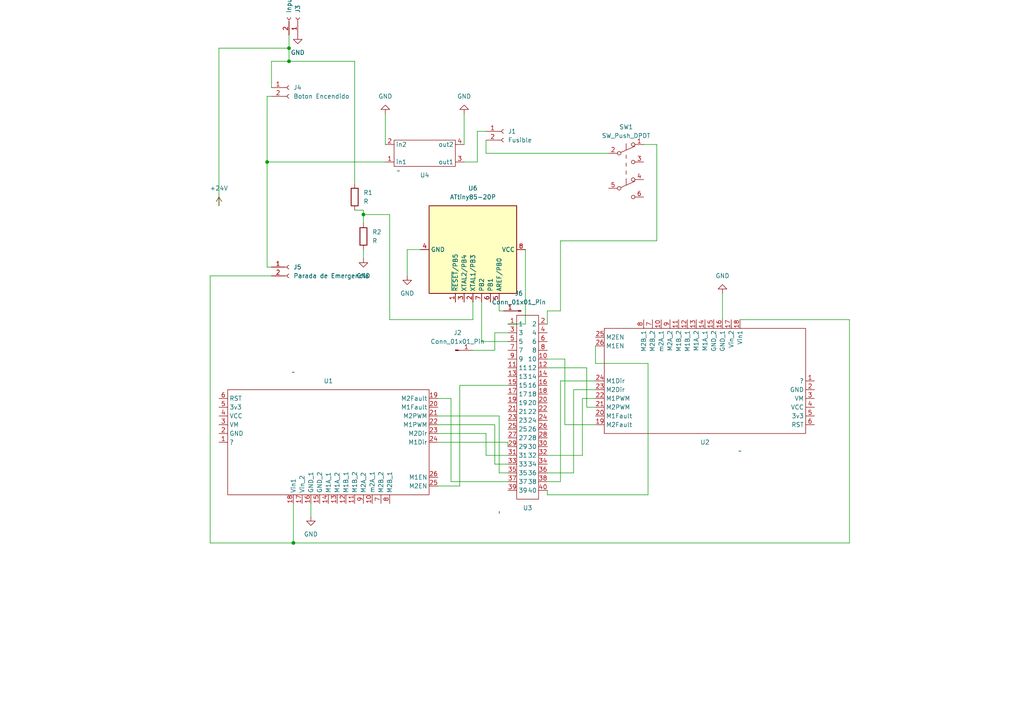
<source format=kicad_sch>
(kicad_sch (version 20230121) (generator eeschema)

  (uuid f5990c61-1cb7-4f3a-8fd9-38b0012c8313)

  (paper "A4")

  (lib_symbols
    (symbol "Connector:Conn_01x01_Pin" (pin_names (offset 1.016) hide) (in_bom yes) (on_board yes)
      (property "Reference" "J" (at 0 2.54 0)
        (effects (font (size 1.27 1.27)))
      )
      (property "Value" "Conn_01x01_Pin" (at 0 -2.54 0)
        (effects (font (size 1.27 1.27)))
      )
      (property "Footprint" "" (at 0 0 0)
        (effects (font (size 1.27 1.27)) hide)
      )
      (property "Datasheet" "~" (at 0 0 0)
        (effects (font (size 1.27 1.27)) hide)
      )
      (property "ki_locked" "" (at 0 0 0)
        (effects (font (size 1.27 1.27)))
      )
      (property "ki_keywords" "connector" (at 0 0 0)
        (effects (font (size 1.27 1.27)) hide)
      )
      (property "ki_description" "Generic connector, single row, 01x01, script generated" (at 0 0 0)
        (effects (font (size 1.27 1.27)) hide)
      )
      (property "ki_fp_filters" "Connector*:*_1x??_*" (at 0 0 0)
        (effects (font (size 1.27 1.27)) hide)
      )
      (symbol "Conn_01x01_Pin_1_1"
        (polyline
          (pts
            (xy 1.27 0)
            (xy 0.8636 0)
          )
          (stroke (width 0.1524) (type default))
          (fill (type none))
        )
        (rectangle (start 0.8636 0.127) (end 0 -0.127)
          (stroke (width 0.1524) (type default))
          (fill (type outline))
        )
        (pin passive line (at 5.08 0 180) (length 3.81)
          (name "Pin_1" (effects (font (size 1.27 1.27))))
          (number "1" (effects (font (size 1.27 1.27))))
        )
      )
    )
    (symbol "Connector:Conn_01x02_Socket" (pin_names (offset 1.016) hide) (in_bom yes) (on_board yes)
      (property "Reference" "J" (at 0 2.54 0)
        (effects (font (size 1.27 1.27)))
      )
      (property "Value" "Conn_01x02_Socket" (at 0 -5.08 0)
        (effects (font (size 1.27 1.27)))
      )
      (property "Footprint" "" (at 0 0 0)
        (effects (font (size 1.27 1.27)) hide)
      )
      (property "Datasheet" "~" (at 0 0 0)
        (effects (font (size 1.27 1.27)) hide)
      )
      (property "ki_locked" "" (at 0 0 0)
        (effects (font (size 1.27 1.27)))
      )
      (property "ki_keywords" "connector" (at 0 0 0)
        (effects (font (size 1.27 1.27)) hide)
      )
      (property "ki_description" "Generic connector, single row, 01x02, script generated" (at 0 0 0)
        (effects (font (size 1.27 1.27)) hide)
      )
      (property "ki_fp_filters" "Connector*:*_1x??_*" (at 0 0 0)
        (effects (font (size 1.27 1.27)) hide)
      )
      (symbol "Conn_01x02_Socket_1_1"
        (arc (start 0 -2.032) (mid -0.5058 -2.54) (end 0 -3.048)
          (stroke (width 0.1524) (type default))
          (fill (type none))
        )
        (polyline
          (pts
            (xy -1.27 -2.54)
            (xy -0.508 -2.54)
          )
          (stroke (width 0.1524) (type default))
          (fill (type none))
        )
        (polyline
          (pts
            (xy -1.27 0)
            (xy -0.508 0)
          )
          (stroke (width 0.1524) (type default))
          (fill (type none))
        )
        (arc (start 0 0.508) (mid -0.5058 0) (end 0 -0.508)
          (stroke (width 0.1524) (type default))
          (fill (type none))
        )
        (pin passive line (at -5.08 0 0) (length 3.81)
          (name "Pin_1" (effects (font (size 1.27 1.27))))
          (number "1" (effects (font (size 1.27 1.27))))
        )
        (pin passive line (at -5.08 -2.54 0) (length 3.81)
          (name "Pin_2" (effects (font (size 1.27 1.27))))
          (number "2" (effects (font (size 1.27 1.27))))
        )
      )
    )
    (symbol "Device:R" (pin_numbers hide) (pin_names (offset 0)) (in_bom yes) (on_board yes)
      (property "Reference" "R" (at 2.032 0 90)
        (effects (font (size 1.27 1.27)))
      )
      (property "Value" "R" (at 0 0 90)
        (effects (font (size 1.27 1.27)))
      )
      (property "Footprint" "" (at -1.778 0 90)
        (effects (font (size 1.27 1.27)) hide)
      )
      (property "Datasheet" "~" (at 0 0 0)
        (effects (font (size 1.27 1.27)) hide)
      )
      (property "ki_keywords" "R res resistor" (at 0 0 0)
        (effects (font (size 1.27 1.27)) hide)
      )
      (property "ki_description" "Resistor" (at 0 0 0)
        (effects (font (size 1.27 1.27)) hide)
      )
      (property "ki_fp_filters" "R_*" (at 0 0 0)
        (effects (font (size 1.27 1.27)) hide)
      )
      (symbol "R_0_1"
        (rectangle (start -1.016 -2.54) (end 1.016 2.54)
          (stroke (width 0.254) (type default))
          (fill (type none))
        )
      )
      (symbol "R_1_1"
        (pin passive line (at 0 3.81 270) (length 1.27)
          (name "~" (effects (font (size 1.27 1.27))))
          (number "1" (effects (font (size 1.27 1.27))))
        )
        (pin passive line (at 0 -3.81 90) (length 1.27)
          (name "~" (effects (font (size 1.27 1.27))))
          (number "2" (effects (font (size 1.27 1.27))))
        )
      )
    )
    (symbol "Dual_MAx14870_1" (in_bom yes) (on_board yes)
      (property "Reference" "U" (at 0 0 0)
        (effects (font (size 1.27 1.27)))
      )
      (property "Value" "" (at 0 0 0)
        (effects (font (size 1.27 1.27)))
      )
      (property "Footprint" "" (at 0 0 0)
        (effects (font (size 1.27 1.27)) hide)
      )
      (property "Datasheet" "" (at 0 0 0)
        (effects (font (size 1.27 1.27)) hide)
      )
      (symbol "Dual_MAx14870_1_1_1"
        (rectangle (start -19.05 -5.08) (end 39.37 -35.56)
          (stroke (width 0) (type default))
          (fill (type none))
        )
        (pin input line (at -21.59 -20.32 0) (length 2.54)
          (name "?" (effects (font (size 1.27 1.27))))
          (number "1" (effects (font (size 1.27 1.27))))
        )
        (pin output line (at 22.86 -38.1 90) (length 2.54)
          (name "m2A_1" (effects (font (size 1.27 1.27))))
          (number "10" (effects (font (size 1.27 1.27))))
        )
        (pin output line (at 17.78 -38.1 90) (length 2.54)
          (name "M1B_2" (effects (font (size 1.27 1.27))))
          (number "11" (effects (font (size 1.27 1.27))))
        )
        (pin output line (at 15.24 -38.1 90) (length 2.54)
          (name "M1B_1" (effects (font (size 1.27 1.27))))
          (number "12" (effects (font (size 1.27 1.27))))
        )
        (pin output line (at 12.7 -38.1 90) (length 2.54)
          (name "M1A_2" (effects (font (size 1.27 1.27))))
          (number "13" (effects (font (size 1.27 1.27))))
        )
        (pin output line (at 10.16 -38.1 90) (length 2.54)
          (name "M1A_1" (effects (font (size 1.27 1.27))))
          (number "14" (effects (font (size 1.27 1.27))))
        )
        (pin output line (at 7.62 -38.1 90) (length 2.54)
          (name "GND_2" (effects (font (size 1.27 1.27))))
          (number "15" (effects (font (size 1.27 1.27))))
        )
        (pin output line (at 5.08 -38.1 90) (length 2.54)
          (name "GND_1" (effects (font (size 1.27 1.27))))
          (number "16" (effects (font (size 1.27 1.27))))
        )
        (pin output line (at 2.54 -38.1 90) (length 2.54)
          (name "Vin_2" (effects (font (size 1.27 1.27))))
          (number "17" (effects (font (size 1.27 1.27))))
        )
        (pin output line (at 0 -38.1 90) (length 2.54)
          (name "Vin1" (effects (font (size 1.27 1.27))))
          (number "18" (effects (font (size 1.27 1.27))))
        )
        (pin input line (at 41.91 -7.62 180) (length 2.54)
          (name "M2Fault" (effects (font (size 1.27 1.27))))
          (number "19" (effects (font (size 1.27 1.27))))
        )
        (pin input line (at -21.59 -17.78 0) (length 2.54)
          (name "GND" (effects (font (size 1.27 1.27))))
          (number "2" (effects (font (size 1.27 1.27))))
        )
        (pin input line (at 41.91 -10.16 180) (length 2.54)
          (name "M1Fault" (effects (font (size 1.27 1.27))))
          (number "20" (effects (font (size 1.27 1.27))))
        )
        (pin input line (at 41.91 -12.7 180) (length 2.54)
          (name "M2PWM" (effects (font (size 1.27 1.27))))
          (number "21" (effects (font (size 1.27 1.27))))
        )
        (pin input line (at 41.91 -15.24 180) (length 2.54)
          (name "M1PWM" (effects (font (size 1.27 1.27))))
          (number "22" (effects (font (size 1.27 1.27))))
        )
        (pin input line (at 41.91 -17.78 180) (length 2.54)
          (name "M2Dir" (effects (font (size 1.27 1.27))))
          (number "23" (effects (font (size 1.27 1.27))))
        )
        (pin input line (at 41.91 -20.32 180) (length 2.54)
          (name "M1Dir" (effects (font (size 1.27 1.27))))
          (number "24" (effects (font (size 1.27 1.27))))
        )
        (pin input line (at 41.91 -33.02 180) (length 2.54)
          (name "M2EN" (effects (font (size 1.27 1.27))))
          (number "25" (effects (font (size 1.27 1.27))))
        )
        (pin input line (at 41.91 -30.48 180) (length 2.54)
          (name "M1EN" (effects (font (size 1.27 1.27))))
          (number "26" (effects (font (size 1.27 1.27))))
        )
        (pin input line (at -21.59 -15.24 0) (length 2.54)
          (name "VM" (effects (font (size 1.27 1.27))))
          (number "3" (effects (font (size 1.27 1.27))))
        )
        (pin input line (at -21.59 -12.7 0) (length 2.54)
          (name "VCC" (effects (font (size 1.27 1.27))))
          (number "4" (effects (font (size 1.27 1.27))))
        )
        (pin input line (at -21.59 -10.16 0) (length 2.54)
          (name "3v3" (effects (font (size 1.27 1.27))))
          (number "5" (effects (font (size 1.27 1.27))))
        )
        (pin input line (at -21.59 -7.62 0) (length 2.54)
          (name "RST" (effects (font (size 1.27 1.27))))
          (number "6" (effects (font (size 1.27 1.27))))
        )
        (pin output line (at 25.4 -38.1 90) (length 2.54)
          (name "M2B_2" (effects (font (size 1.27 1.27))))
          (number "7" (effects (font (size 1.27 1.27))))
        )
        (pin output line (at 27.94 -38.1 90) (length 2.54)
          (name "M2B_1" (effects (font (size 1.27 1.27))))
          (number "8" (effects (font (size 1.27 1.27))))
        )
        (pin output line (at 20.32 -38.1 90) (length 2.54)
          (name "M2A_2" (effects (font (size 1.27 1.27))))
          (number "9" (effects (font (size 1.27 1.27))))
        )
      )
    )
    (symbol "LibPai:Dual_MAx14870" (in_bom yes) (on_board yes)
      (property "Reference" "U" (at 0 0 0)
        (effects (font (size 1.27 1.27)))
      )
      (property "Value" "" (at 0 0 0)
        (effects (font (size 1.27 1.27)))
      )
      (property "Footprint" "" (at 0 0 0)
        (effects (font (size 1.27 1.27)) hide)
      )
      (property "Datasheet" "" (at 0 0 0)
        (effects (font (size 1.27 1.27)) hide)
      )
      (symbol "Dual_MAx14870_1_1"
        (rectangle (start -19.05 -5.08) (end 39.37 -35.56)
          (stroke (width 0) (type default))
          (fill (type none))
        )
        (pin input line (at -21.59 -20.32 0) (length 2.54)
          (name "?" (effects (font (size 1.27 1.27))))
          (number "1" (effects (font (size 1.27 1.27))))
        )
        (pin output line (at 22.86 -38.1 90) (length 2.54)
          (name "m2A_1" (effects (font (size 1.27 1.27))))
          (number "10" (effects (font (size 1.27 1.27))))
        )
        (pin output line (at 17.78 -38.1 90) (length 2.54)
          (name "M1B_2" (effects (font (size 1.27 1.27))))
          (number "11" (effects (font (size 1.27 1.27))))
        )
        (pin output line (at 15.24 -38.1 90) (length 2.54)
          (name "M1B_1" (effects (font (size 1.27 1.27))))
          (number "12" (effects (font (size 1.27 1.27))))
        )
        (pin output line (at 12.7 -38.1 90) (length 2.54)
          (name "M1A_2" (effects (font (size 1.27 1.27))))
          (number "13" (effects (font (size 1.27 1.27))))
        )
        (pin output line (at 10.16 -38.1 90) (length 2.54)
          (name "M1A_1" (effects (font (size 1.27 1.27))))
          (number "14" (effects (font (size 1.27 1.27))))
        )
        (pin output line (at 7.62 -38.1 90) (length 2.54)
          (name "GND_2" (effects (font (size 1.27 1.27))))
          (number "15" (effects (font (size 1.27 1.27))))
        )
        (pin output line (at 5.08 -38.1 90) (length 2.54)
          (name "GND_1" (effects (font (size 1.27 1.27))))
          (number "16" (effects (font (size 1.27 1.27))))
        )
        (pin output line (at 2.54 -38.1 90) (length 2.54)
          (name "Vin_2" (effects (font (size 1.27 1.27))))
          (number "17" (effects (font (size 1.27 1.27))))
        )
        (pin output line (at 0 -38.1 90) (length 2.54)
          (name "Vin1" (effects (font (size 1.27 1.27))))
          (number "18" (effects (font (size 1.27 1.27))))
        )
        (pin input line (at 41.91 -7.62 180) (length 2.54)
          (name "M2Fault" (effects (font (size 1.27 1.27))))
          (number "19" (effects (font (size 1.27 1.27))))
        )
        (pin input line (at -21.59 -17.78 0) (length 2.54)
          (name "GND" (effects (font (size 1.27 1.27))))
          (number "2" (effects (font (size 1.27 1.27))))
        )
        (pin input line (at 41.91 -10.16 180) (length 2.54)
          (name "M1Fault" (effects (font (size 1.27 1.27))))
          (number "20" (effects (font (size 1.27 1.27))))
        )
        (pin input line (at 41.91 -12.7 180) (length 2.54)
          (name "M2PWM" (effects (font (size 1.27 1.27))))
          (number "21" (effects (font (size 1.27 1.27))))
        )
        (pin input line (at 41.91 -15.24 180) (length 2.54)
          (name "M1PWM" (effects (font (size 1.27 1.27))))
          (number "22" (effects (font (size 1.27 1.27))))
        )
        (pin input line (at 41.91 -17.78 180) (length 2.54)
          (name "M2Dir" (effects (font (size 1.27 1.27))))
          (number "23" (effects (font (size 1.27 1.27))))
        )
        (pin input line (at 41.91 -20.32 180) (length 2.54)
          (name "M1Dir" (effects (font (size 1.27 1.27))))
          (number "24" (effects (font (size 1.27 1.27))))
        )
        (pin input line (at 41.91 -33.02 180) (length 2.54)
          (name "M2EN" (effects (font (size 1.27 1.27))))
          (number "25" (effects (font (size 1.27 1.27))))
        )
        (pin input line (at 41.91 -30.48 180) (length 2.54)
          (name "M1EN" (effects (font (size 1.27 1.27))))
          (number "26" (effects (font (size 1.27 1.27))))
        )
        (pin input line (at -21.59 -15.24 0) (length 2.54)
          (name "VM" (effects (font (size 1.27 1.27))))
          (number "3" (effects (font (size 1.27 1.27))))
        )
        (pin input line (at -21.59 -12.7 0) (length 2.54)
          (name "VCC" (effects (font (size 1.27 1.27))))
          (number "4" (effects (font (size 1.27 1.27))))
        )
        (pin input line (at -21.59 -10.16 0) (length 2.54)
          (name "3v3" (effects (font (size 1.27 1.27))))
          (number "5" (effects (font (size 1.27 1.27))))
        )
        (pin input line (at -21.59 -7.62 0) (length 2.54)
          (name "RST" (effects (font (size 1.27 1.27))))
          (number "6" (effects (font (size 1.27 1.27))))
        )
        (pin output line (at 25.4 -38.1 90) (length 2.54)
          (name "M2B_2" (effects (font (size 1.27 1.27))))
          (number "7" (effects (font (size 1.27 1.27))))
        )
        (pin output line (at 27.94 -38.1 90) (length 2.54)
          (name "M2B_1" (effects (font (size 1.27 1.27))))
          (number "8" (effects (font (size 1.27 1.27))))
        )
        (pin output line (at 20.32 -38.1 90) (length 2.54)
          (name "M2A_2" (effects (font (size 1.27 1.27))))
          (number "9" (effects (font (size 1.27 1.27))))
        )
      )
    )
    (symbol "LibPai:Raspberry" (in_bom yes) (on_board yes)
      (property "Reference" "U" (at 0 0 0)
        (effects (font (size 1.27 1.27)))
      )
      (property "Value" "" (at 0 0 0)
        (effects (font (size 1.27 1.27)))
      )
      (property "Footprint" "" (at 0 0 0)
        (effects (font (size 1.27 1.27)) hide)
      )
      (property "Datasheet" "" (at 0 0 0)
        (effects (font (size 1.27 1.27)) hide)
      )
      (symbol "Raspberry_0_1"
        (rectangle (start -57.15 -5.08) (end -3.81 -11.43)
          (stroke (width 0) (type default))
          (fill (type none))
        )
      )
      (symbol "Raspberry_1_1"
        (pin input line (at -54.61 -2.54 270) (length 2.54)
          (name "1" (effects (font (size 1.27 1.27))))
          (number "1" (effects (font (size 1.27 1.27))))
        )
        (pin input line (at -44.45 -13.97 90) (length 2.54)
          (name "10" (effects (font (size 1.27 1.27))))
          (number "10" (effects (font (size 1.27 1.27))))
        )
        (pin input line (at -41.91 -2.54 270) (length 2.54)
          (name "11" (effects (font (size 1.27 1.27))))
          (number "11" (effects (font (size 1.27 1.27))))
        )
        (pin input line (at -41.91 -13.97 90) (length 2.54)
          (name "12" (effects (font (size 1.27 1.27))))
          (number "12" (effects (font (size 1.27 1.27))))
        )
        (pin input line (at -39.37 -2.54 270) (length 2.54)
          (name "13" (effects (font (size 1.27 1.27))))
          (number "13" (effects (font (size 1.27 1.27))))
        )
        (pin input line (at -39.37 -13.97 90) (length 2.54)
          (name "14" (effects (font (size 1.27 1.27))))
          (number "14" (effects (font (size 1.27 1.27))))
        )
        (pin input line (at -36.83 -2.54 270) (length 2.54)
          (name "15" (effects (font (size 1.27 1.27))))
          (number "15" (effects (font (size 1.27 1.27))))
        )
        (pin input line (at -36.83 -13.97 90) (length 2.54)
          (name "16" (effects (font (size 1.27 1.27))))
          (number "16" (effects (font (size 1.27 1.27))))
        )
        (pin input line (at -34.29 -2.54 270) (length 2.54)
          (name "17" (effects (font (size 1.27 1.27))))
          (number "17" (effects (font (size 1.27 1.27))))
        )
        (pin input line (at -34.29 -13.97 90) (length 2.54)
          (name "18" (effects (font (size 1.27 1.27))))
          (number "18" (effects (font (size 1.27 1.27))))
        )
        (pin input line (at -31.75 -2.54 270) (length 2.54)
          (name "19" (effects (font (size 1.27 1.27))))
          (number "19" (effects (font (size 1.27 1.27))))
        )
        (pin input line (at -54.61 -13.97 90) (length 2.54)
          (name "2" (effects (font (size 1.27 1.27))))
          (number "2" (effects (font (size 1.27 1.27))))
        )
        (pin input line (at -31.75 -13.97 90) (length 2.54)
          (name "20" (effects (font (size 1.27 1.27))))
          (number "20" (effects (font (size 1.27 1.27))))
        )
        (pin input line (at -29.21 -2.54 270) (length 2.54)
          (name "21" (effects (font (size 1.27 1.27))))
          (number "21" (effects (font (size 1.27 1.27))))
        )
        (pin input line (at -29.21 -13.97 90) (length 2.54)
          (name "22" (effects (font (size 1.27 1.27))))
          (number "22" (effects (font (size 1.27 1.27))))
        )
        (pin input line (at -26.67 -2.54 270) (length 2.54)
          (name "23" (effects (font (size 1.27 1.27))))
          (number "23" (effects (font (size 1.27 1.27))))
        )
        (pin input line (at -26.67 -13.97 90) (length 2.54)
          (name "24" (effects (font (size 1.27 1.27))))
          (number "24" (effects (font (size 1.27 1.27))))
        )
        (pin input line (at -24.13 -2.54 270) (length 2.54)
          (name "25" (effects (font (size 1.27 1.27))))
          (number "25" (effects (font (size 1.27 1.27))))
        )
        (pin input line (at -24.13 -13.97 90) (length 2.54)
          (name "26" (effects (font (size 1.27 1.27))))
          (number "26" (effects (font (size 1.27 1.27))))
        )
        (pin input line (at -21.59 -2.54 270) (length 2.54)
          (name "27" (effects (font (size 1.27 1.27))))
          (number "27" (effects (font (size 1.27 1.27))))
        )
        (pin input line (at -21.59 -13.97 90) (length 2.54)
          (name "28" (effects (font (size 1.27 1.27))))
          (number "28" (effects (font (size 1.27 1.27))))
        )
        (pin input line (at -19.05 -2.54 270) (length 2.54)
          (name "29" (effects (font (size 1.27 1.27))))
          (number "29" (effects (font (size 1.27 1.27))))
        )
        (pin input line (at -52.07 -2.54 270) (length 2.54)
          (name "3" (effects (font (size 1.27 1.27))))
          (number "3" (effects (font (size 1.27 1.27))))
        )
        (pin input line (at -19.05 -13.97 90) (length 2.54)
          (name "30" (effects (font (size 1.27 1.27))))
          (number "30" (effects (font (size 1.27 1.27))))
        )
        (pin input line (at -16.51 -2.54 270) (length 2.54)
          (name "31" (effects (font (size 1.27 1.27))))
          (number "31" (effects (font (size 1.27 1.27))))
        )
        (pin input line (at -16.51 -13.97 90) (length 2.54)
          (name "32" (effects (font (size 1.27 1.27))))
          (number "32" (effects (font (size 1.27 1.27))))
        )
        (pin input line (at -13.97 -2.54 270) (length 2.54)
          (name "33" (effects (font (size 1.27 1.27))))
          (number "33" (effects (font (size 1.27 1.27))))
        )
        (pin input line (at -13.97 -13.97 90) (length 2.54)
          (name "34" (effects (font (size 1.27 1.27))))
          (number "34" (effects (font (size 1.27 1.27))))
        )
        (pin input line (at -11.43 -2.54 270) (length 2.54)
          (name "35" (effects (font (size 1.27 1.27))))
          (number "35" (effects (font (size 1.27 1.27))))
        )
        (pin input line (at -11.43 -13.97 90) (length 2.54)
          (name "36" (effects (font (size 1.27 1.27))))
          (number "36" (effects (font (size 1.27 1.27))))
        )
        (pin input line (at -8.89 -2.54 270) (length 2.54)
          (name "37" (effects (font (size 1.27 1.27))))
          (number "37" (effects (font (size 1.27 1.27))))
        )
        (pin input line (at -8.89 -13.97 90) (length 2.54)
          (name "38" (effects (font (size 1.27 1.27))))
          (number "38" (effects (font (size 1.27 1.27))))
        )
        (pin input line (at -6.35 -2.54 270) (length 2.54)
          (name "39" (effects (font (size 1.27 1.27))))
          (number "39" (effects (font (size 1.27 1.27))))
        )
        (pin input line (at -52.07 -13.97 90) (length 2.54)
          (name "4" (effects (font (size 1.27 1.27))))
          (number "4" (effects (font (size 1.27 1.27))))
        )
        (pin input line (at -6.35 -13.97 90) (length 2.54)
          (name "40" (effects (font (size 1.27 1.27))))
          (number "40" (effects (font (size 1.27 1.27))))
        )
        (pin input line (at -49.53 -2.54 270) (length 2.54)
          (name "5" (effects (font (size 1.27 1.27))))
          (number "5" (effects (font (size 1.27 1.27))))
        )
        (pin input line (at -49.53 -13.97 90) (length 2.54)
          (name "6" (effects (font (size 1.27 1.27))))
          (number "6" (effects (font (size 1.27 1.27))))
        )
        (pin input line (at -46.99 -2.54 270) (length 2.54)
          (name "7" (effects (font (size 1.27 1.27))))
          (number "7" (effects (font (size 1.27 1.27))))
        )
        (pin input line (at -46.99 -13.97 90) (length 2.54)
          (name "8" (effects (font (size 1.27 1.27))))
          (number "8" (effects (font (size 1.27 1.27))))
        )
        (pin input line (at -44.45 -2.54 270) (length 2.54)
          (name "9" (effects (font (size 1.27 1.27))))
          (number "9" (effects (font (size 1.27 1.27))))
        )
      )
    )
    (symbol "LibPai:Regulador" (in_bom yes) (on_board yes)
      (property "Reference" "U" (at 0 0 0)
        (effects (font (size 1.27 1.27)))
      )
      (property "Value" "" (at 0 0 0)
        (effects (font (size 1.27 1.27)))
      )
      (property "Footprint" "" (at 0 0 0)
        (effects (font (size 1.27 1.27)) hide)
      )
      (property "Datasheet" "" (at 0 0 0)
        (effects (font (size 1.27 1.27)) hide)
      )
      (symbol "Regulador_0_1"
        (rectangle (start -1.27 -1.27) (end 16.51 -8.89)
          (stroke (width 0) (type default))
          (fill (type none))
        )
      )
      (symbol "Regulador_1_1"
        (pin input line (at -3.81 -2.54 0) (length 2.54)
          (name "in1" (effects (font (size 1.27 1.27))))
          (number "1" (effects (font (size 1.27 1.27))))
        )
        (pin input line (at -3.81 -7.62 0) (length 2.54)
          (name "in2" (effects (font (size 1.27 1.27))))
          (number "2" (effects (font (size 1.27 1.27))))
        )
        (pin input line (at 19.05 -2.54 180) (length 2.54)
          (name "out1" (effects (font (size 1.27 1.27))))
          (number "3" (effects (font (size 1.27 1.27))))
        )
        (pin input line (at 19.05 -7.62 180) (length 2.54)
          (name "out2" (effects (font (size 1.27 1.27))))
          (number "4" (effects (font (size 1.27 1.27))))
        )
      )
    )
    (symbol "MCU_Microchip_ATtiny:ATtiny85-20P" (in_bom yes) (on_board yes)
      (property "Reference" "U" (at -12.7 13.97 0)
        (effects (font (size 1.27 1.27)) (justify left bottom))
      )
      (property "Value" "ATtiny85-20P" (at 2.54 -13.97 0)
        (effects (font (size 1.27 1.27)) (justify left top))
      )
      (property "Footprint" "Package_DIP:DIP-8_W7.62mm" (at 0 0 0)
        (effects (font (size 1.27 1.27) italic) hide)
      )
      (property "Datasheet" "http://ww1.microchip.com/downloads/en/DeviceDoc/atmel-2586-avr-8-bit-microcontroller-attiny25-attiny45-attiny85_datasheet.pdf" (at 0 0 0)
        (effects (font (size 1.27 1.27)) hide)
      )
      (property "ki_keywords" "AVR 8bit Microcontroller tinyAVR" (at 0 0 0)
        (effects (font (size 1.27 1.27)) hide)
      )
      (property "ki_description" "20MHz, 8kB Flash, 512B SRAM, 512B EEPROM, debugWIRE, DIP-8" (at 0 0 0)
        (effects (font (size 1.27 1.27)) hide)
      )
      (property "ki_fp_filters" "DIP*W7.62mm*" (at 0 0 0)
        (effects (font (size 1.27 1.27)) hide)
      )
      (symbol "ATtiny85-20P_0_1"
        (rectangle (start -12.7 -12.7) (end 12.7 12.7)
          (stroke (width 0.254) (type default))
          (fill (type background))
        )
      )
      (symbol "ATtiny85-20P_1_1"
        (pin bidirectional line (at 15.24 -5.08 180) (length 2.54)
          (name "~{RESET}/PB5" (effects (font (size 1.27 1.27))))
          (number "1" (effects (font (size 1.27 1.27))))
        )
        (pin bidirectional line (at 15.24 0 180) (length 2.54)
          (name "XTAL1/PB3" (effects (font (size 1.27 1.27))))
          (number "2" (effects (font (size 1.27 1.27))))
        )
        (pin bidirectional line (at 15.24 -2.54 180) (length 2.54)
          (name "XTAL2/PB4" (effects (font (size 1.27 1.27))))
          (number "3" (effects (font (size 1.27 1.27))))
        )
        (pin power_in line (at 0 -15.24 90) (length 2.54)
          (name "GND" (effects (font (size 1.27 1.27))))
          (number "4" (effects (font (size 1.27 1.27))))
        )
        (pin bidirectional line (at 15.24 7.62 180) (length 2.54)
          (name "AREF/PB0" (effects (font (size 1.27 1.27))))
          (number "5" (effects (font (size 1.27 1.27))))
        )
        (pin bidirectional line (at 15.24 5.08 180) (length 2.54)
          (name "PB1" (effects (font (size 1.27 1.27))))
          (number "6" (effects (font (size 1.27 1.27))))
        )
        (pin bidirectional line (at 15.24 2.54 180) (length 2.54)
          (name "PB2" (effects (font (size 1.27 1.27))))
          (number "7" (effects (font (size 1.27 1.27))))
        )
        (pin power_in line (at 0 15.24 270) (length 2.54)
          (name "VCC" (effects (font (size 1.27 1.27))))
          (number "8" (effects (font (size 1.27 1.27))))
        )
      )
    )
    (symbol "Switch:SW_Push_DPDT" (pin_names (offset 0) hide) (in_bom yes) (on_board yes)
      (property "Reference" "SW" (at 0 8.89 0)
        (effects (font (size 1.27 1.27)))
      )
      (property "Value" "SW_Push_DPDT" (at 0 -10.16 0)
        (effects (font (size 1.27 1.27)))
      )
      (property "Footprint" "" (at 0 5.08 0)
        (effects (font (size 1.27 1.27)) hide)
      )
      (property "Datasheet" "~" (at 0 5.08 0)
        (effects (font (size 1.27 1.27)) hide)
      )
      (property "ki_keywords" "switch dual-pole double-throw spdt ON-ON" (at 0 0 0)
        (effects (font (size 1.27 1.27)) hide)
      )
      (property "ki_description" "Momentary Switch, dual pole double throw" (at 0 0 0)
        (effects (font (size 1.27 1.27)) hide)
      )
      (symbol "SW_Push_DPDT_0_0"
        (circle (center -2.032 -5.08) (radius 0.508)
          (stroke (width 0) (type default))
          (fill (type none))
        )
        (circle (center -2.032 5.08) (radius 0.508)
          (stroke (width 0) (type default))
          (fill (type none))
        )
        (circle (center 2.032 -7.62) (radius 0.508)
          (stroke (width 0) (type default))
          (fill (type none))
        )
        (circle (center 2.032 2.54) (radius 0.508)
          (stroke (width 0) (type default))
          (fill (type none))
        )
      )
      (symbol "SW_Push_DPDT_0_1"
        (polyline
          (pts
            (xy -1.524 -4.826)
            (xy 2.54 -3.048)
          )
          (stroke (width 0) (type default))
          (fill (type none))
        )
        (polyline
          (pts
            (xy -1.524 5.334)
            (xy 2.54 7.112)
          )
          (stroke (width 0) (type default))
          (fill (type none))
        )
        (polyline
          (pts
            (xy 0 -2.286)
            (xy 0 -4.064)
          )
          (stroke (width 0) (type default))
          (fill (type none))
        )
        (polyline
          (pts
            (xy 0 -1.016)
            (xy 0 0)
          )
          (stroke (width 0) (type default))
          (fill (type none))
        )
        (polyline
          (pts
            (xy 0 1.27)
            (xy 0 2.286)
          )
          (stroke (width 0) (type default))
          (fill (type none))
        )
        (polyline
          (pts
            (xy 0 3.556)
            (xy 0 4.572)
          )
          (stroke (width 0) (type default))
          (fill (type none))
        )
        (polyline
          (pts
            (xy 0 7.874)
            (xy 0 6.096)
          )
          (stroke (width 0) (type default))
          (fill (type none))
        )
        (circle (center 2.032 -2.54) (radius 0.508)
          (stroke (width 0) (type default))
          (fill (type none))
        )
        (circle (center 2.032 7.62) (radius 0.508)
          (stroke (width 0) (type default))
          (fill (type none))
        )
      )
      (symbol "SW_Push_DPDT_1_1"
        (pin passive line (at 5.08 7.62 180) (length 2.54)
          (name "A" (effects (font (size 1.27 1.27))))
          (number "1" (effects (font (size 1.27 1.27))))
        )
        (pin passive line (at -5.08 5.08 0) (length 2.54)
          (name "B" (effects (font (size 1.27 1.27))))
          (number "2" (effects (font (size 1.27 1.27))))
        )
        (pin passive line (at 5.08 2.54 180) (length 2.54)
          (name "C" (effects (font (size 1.27 1.27))))
          (number "3" (effects (font (size 1.27 1.27))))
        )
        (pin passive line (at 5.08 -2.54 180) (length 2.54)
          (name "A" (effects (font (size 1.27 1.27))))
          (number "4" (effects (font (size 1.27 1.27))))
        )
        (pin passive line (at -5.08 -5.08 0) (length 2.54)
          (name "B" (effects (font (size 1.27 1.27))))
          (number "5" (effects (font (size 1.27 1.27))))
        )
        (pin passive line (at 5.08 -7.62 180) (length 2.54)
          (name "C" (effects (font (size 1.27 1.27))))
          (number "6" (effects (font (size 1.27 1.27))))
        )
      )
    )
    (symbol "power:+24V" (power) (pin_names (offset 0)) (in_bom yes) (on_board yes)
      (property "Reference" "#PWR" (at 0 -3.81 0)
        (effects (font (size 1.27 1.27)) hide)
      )
      (property "Value" "+24V" (at 0 3.556 0)
        (effects (font (size 1.27 1.27)))
      )
      (property "Footprint" "" (at 0 0 0)
        (effects (font (size 1.27 1.27)) hide)
      )
      (property "Datasheet" "" (at 0 0 0)
        (effects (font (size 1.27 1.27)) hide)
      )
      (property "ki_keywords" "global power" (at 0 0 0)
        (effects (font (size 1.27 1.27)) hide)
      )
      (property "ki_description" "Power symbol creates a global label with name \"+24V\"" (at 0 0 0)
        (effects (font (size 1.27 1.27)) hide)
      )
      (symbol "+24V_0_1"
        (polyline
          (pts
            (xy -0.762 1.27)
            (xy 0 2.54)
          )
          (stroke (width 0) (type default))
          (fill (type none))
        )
        (polyline
          (pts
            (xy 0 0)
            (xy 0 2.54)
          )
          (stroke (width 0) (type default))
          (fill (type none))
        )
        (polyline
          (pts
            (xy 0 2.54)
            (xy 0.762 1.27)
          )
          (stroke (width 0) (type default))
          (fill (type none))
        )
      )
      (symbol "+24V_1_1"
        (pin power_in line (at 0 0 90) (length 0) hide
          (name "+24V" (effects (font (size 1.27 1.27))))
          (number "1" (effects (font (size 1.27 1.27))))
        )
      )
    )
    (symbol "power:GND" (power) (pin_names (offset 0)) (in_bom yes) (on_board yes)
      (property "Reference" "#PWR" (at 0 -6.35 0)
        (effects (font (size 1.27 1.27)) hide)
      )
      (property "Value" "GND" (at 0 -3.81 0)
        (effects (font (size 1.27 1.27)))
      )
      (property "Footprint" "" (at 0 0 0)
        (effects (font (size 1.27 1.27)) hide)
      )
      (property "Datasheet" "" (at 0 0 0)
        (effects (font (size 1.27 1.27)) hide)
      )
      (property "ki_keywords" "global power" (at 0 0 0)
        (effects (font (size 1.27 1.27)) hide)
      )
      (property "ki_description" "Power symbol creates a global label with name \"GND\" , ground" (at 0 0 0)
        (effects (font (size 1.27 1.27)) hide)
      )
      (symbol "GND_0_1"
        (polyline
          (pts
            (xy 0 0)
            (xy 0 -1.27)
            (xy 1.27 -1.27)
            (xy 0 -2.54)
            (xy -1.27 -1.27)
            (xy 0 -1.27)
          )
          (stroke (width 0) (type default))
          (fill (type none))
        )
      )
      (symbol "GND_1_1"
        (pin power_in line (at 0 0 270) (length 0) hide
          (name "GND" (effects (font (size 1.27 1.27))))
          (number "1" (effects (font (size 1.27 1.27))))
        )
      )
    )
  )

  (junction (at 85.09 157.48) (diameter 0) (color 0 0 0 0)
    (uuid 00cf8024-c5ff-4300-85cf-35090b12a0fb)
  )
  (junction (at 83.82 17.78) (diameter 0) (color 0 0 0 0)
    (uuid 2f455f5d-3012-4748-b671-905cfcc6109f)
  )
  (junction (at 77.47 46.99) (diameter 0) (color 0 0 0 0)
    (uuid aa0561d5-7cdc-45eb-8a87-dd4246137184)
  )
  (junction (at 83.82 13.97) (diameter 0) (color 0 0 0 0)
    (uuid ae876dce-0149-47cc-87c7-dca7d2d0a9a9)
  )
  (junction (at 105.41 62.23) (diameter 0) (color 0 0 0 0)
    (uuid f29d344d-4587-415b-bd93-2b0e35d4677d)
  )

  (wire (pts (xy 168.91 115.57) (xy 168.91 132.08))
    (stroke (width 0) (type default))
    (uuid 038681d1-80bb-43b2-befd-3421917de2de)
  )
  (wire (pts (xy 140.97 40.64) (xy 140.97 44.45))
    (stroke (width 0) (type default))
    (uuid 0434bdd2-a994-4290-a192-512453b5c0bc)
  )
  (wire (pts (xy 138.43 46.99) (xy 134.62 46.99))
    (stroke (width 0) (type default))
    (uuid 062abc4e-723c-4d89-93a1-32a8dbf4fa5f)
  )
  (wire (pts (xy 130.81 115.57) (xy 127 115.57))
    (stroke (width 0) (type default))
    (uuid 0a021f8b-c22f-4a58-bfdc-4e525758f57b)
  )
  (wire (pts (xy 105.41 72.39) (xy 105.41 74.93))
    (stroke (width 0) (type default))
    (uuid 0baf50fa-5b57-4cef-98b3-2bd95be70a3a)
  )
  (wire (pts (xy 139.7 99.06) (xy 147.32 99.06))
    (stroke (width 0) (type default))
    (uuid 166da22c-6573-4780-96c4-c14f66a07ba4)
  )
  (wire (pts (xy 172.72 105.41) (xy 187.96 105.41))
    (stroke (width 0) (type default))
    (uuid 16c54a13-eaac-4715-965c-8eb1500c2e9e)
  )
  (wire (pts (xy 209.55 92.71) (xy 209.55 85.09))
    (stroke (width 0) (type default))
    (uuid 17eb23e1-9eb0-4328-89cb-8b0fd5c6b429)
  )
  (wire (pts (xy 137.16 101.6) (xy 143.51 101.6))
    (stroke (width 0) (type default))
    (uuid 19e31dff-0b0d-4a3c-9d75-871fed70e7a6)
  )
  (wire (pts (xy 140.97 125.73) (xy 140.97 132.08))
    (stroke (width 0) (type default))
    (uuid 1b667226-7190-4c4c-a72e-aa6d0a4e01fc)
  )
  (wire (pts (xy 144.78 87.63) (xy 144.78 90.17))
    (stroke (width 0) (type default))
    (uuid 1f080ae2-4bc1-4dcb-a329-885b954d7f33)
  )
  (wire (pts (xy 158.75 132.08) (xy 168.91 132.08))
    (stroke (width 0) (type default))
    (uuid 21ce9af1-1585-4d22-9b30-086235744294)
  )
  (wire (pts (xy 60.96 157.48) (xy 85.09 157.48))
    (stroke (width 0) (type default))
    (uuid 23b090e4-c3c7-4e4f-8ec1-ec653001aa52)
  )
  (wire (pts (xy 78.74 17.78) (xy 78.74 25.4))
    (stroke (width 0) (type default))
    (uuid 23baeb0c-8ffd-46e6-a162-8c7741e6adfa)
  )
  (wire (pts (xy 77.47 46.99) (xy 111.76 46.99))
    (stroke (width 0) (type default))
    (uuid 264ab469-6207-4406-a76d-071f6abe4a43)
  )
  (wire (pts (xy 118.11 72.39) (xy 121.92 72.39))
    (stroke (width 0) (type default))
    (uuid 26de1a77-6d46-4d29-85a8-b2323ddc494a)
  )
  (wire (pts (xy 105.41 60.96) (xy 105.41 62.23))
    (stroke (width 0) (type default))
    (uuid 27f9c410-754c-4389-9b85-31ac5a8b9807)
  )
  (wire (pts (xy 190.5 41.91) (xy 186.69 41.91))
    (stroke (width 0) (type default))
    (uuid 2856bb44-52e4-4160-8504-eb443b6ad22e)
  )
  (wire (pts (xy 78.74 27.94) (xy 77.47 27.94))
    (stroke (width 0) (type default))
    (uuid 28fe4c34-9b55-4523-89ae-1cd1e07377f3)
  )
  (wire (pts (xy 83.82 13.97) (xy 83.82 17.78))
    (stroke (width 0) (type default))
    (uuid 3450c0e5-0401-42e2-984b-70ccda525a8f)
  )
  (wire (pts (xy 127 125.73) (xy 140.97 125.73))
    (stroke (width 0) (type default))
    (uuid 38184268-cc4c-4198-8fee-e0c39e439536)
  )
  (wire (pts (xy 133.35 140.97) (xy 133.35 111.76))
    (stroke (width 0) (type default))
    (uuid 3d268f61-183b-47cf-9689-739e4c80cd4c)
  )
  (wire (pts (xy 60.96 80.01) (xy 60.96 157.48))
    (stroke (width 0) (type default))
    (uuid 3f1d6e52-1331-450e-b939-614ca6f0aa5c)
  )
  (wire (pts (xy 187.96 105.41) (xy 187.96 143.51))
    (stroke (width 0) (type default))
    (uuid 474c78f6-f446-4af5-96e1-0650c5d0a894)
  )
  (wire (pts (xy 166.37 113.03) (xy 166.37 137.16))
    (stroke (width 0) (type default))
    (uuid 4d22d671-9b95-4d9f-9858-2028302c9248)
  )
  (wire (pts (xy 162.56 110.49) (xy 162.56 139.7))
    (stroke (width 0) (type default))
    (uuid 4dc973f3-bd13-4701-a7f7-6ed268e7b1e4)
  )
  (wire (pts (xy 85.09 146.05) (xy 85.09 157.48))
    (stroke (width 0) (type default))
    (uuid 4df60139-0208-4d37-bae6-49b19be3065c)
  )
  (wire (pts (xy 138.43 38.1) (xy 140.97 38.1))
    (stroke (width 0) (type default))
    (uuid 4e69c1fe-e7b2-475f-b646-5eae80270b52)
  )
  (wire (pts (xy 147.32 128.27) (xy 147.32 129.54))
    (stroke (width 0) (type default))
    (uuid 505d152a-2e18-4368-b343-3f159a565002)
  )
  (wire (pts (xy 152.4 72.39) (xy 152.4 93.98))
    (stroke (width 0) (type default))
    (uuid 524a856d-70be-435f-aa9f-86e3b8d93468)
  )
  (wire (pts (xy 163.83 123.19) (xy 163.83 104.14))
    (stroke (width 0) (type default))
    (uuid 55ab8d96-c8b6-44b3-b524-19a01d38e4e0)
  )
  (wire (pts (xy 158.75 90.17) (xy 162.56 90.17))
    (stroke (width 0) (type default))
    (uuid 562877f4-9d39-4b3d-9e77-e50d8baddb7c)
  )
  (wire (pts (xy 246.38 92.71) (xy 246.38 157.48))
    (stroke (width 0) (type default))
    (uuid 57ca00ce-b82a-463b-b3b6-2fd24f30fcfb)
  )
  (wire (pts (xy 139.7 87.63) (xy 139.7 99.06))
    (stroke (width 0) (type default))
    (uuid 59284479-f1c6-467a-b2fb-cf724d7dc927)
  )
  (wire (pts (xy 162.56 69.85) (xy 190.5 69.85))
    (stroke (width 0) (type default))
    (uuid 59433ca8-4c66-46c0-8cf6-2eac194ada59)
  )
  (wire (pts (xy 144.78 137.16) (xy 147.32 137.16))
    (stroke (width 0) (type default))
    (uuid 5acb0bd4-b498-4fba-bfc5-939778c7f7a7)
  )
  (wire (pts (xy 158.75 93.98) (xy 158.75 90.17))
    (stroke (width 0) (type default))
    (uuid 5cae6b4d-7511-4295-a411-6df5c6826bde)
  )
  (wire (pts (xy 134.62 41.91) (xy 134.62 33.02))
    (stroke (width 0) (type default))
    (uuid 5de1ef34-492a-437a-aba3-99a13c837530)
  )
  (wire (pts (xy 127 128.27) (xy 147.32 128.27))
    (stroke (width 0) (type default))
    (uuid 61686969-8b33-4859-a541-828a9cb7d09c)
  )
  (wire (pts (xy 111.76 33.02) (xy 111.76 41.91))
    (stroke (width 0) (type default))
    (uuid 676987fe-7138-4bfc-8be9-0254fe1c60e8)
  )
  (wire (pts (xy 85.09 157.48) (xy 246.38 157.48))
    (stroke (width 0) (type default))
    (uuid 6d23f50a-091c-4c2a-97aa-62756c9f8bb0)
  )
  (wire (pts (xy 143.51 134.62) (xy 147.32 134.62))
    (stroke (width 0) (type default))
    (uuid 6d85e2e3-15a0-49ce-a572-76547f141606)
  )
  (wire (pts (xy 90.17 146.05) (xy 90.17 149.86))
    (stroke (width 0) (type default))
    (uuid 7a3c31ff-07d1-46a0-8c1e-cfb718b33d69)
  )
  (wire (pts (xy 63.5 13.97) (xy 83.82 13.97))
    (stroke (width 0) (type default))
    (uuid 7cd2a5b0-295f-407d-bad0-22a0f44d9ca0)
  )
  (wire (pts (xy 162.56 139.7) (xy 158.75 139.7))
    (stroke (width 0) (type default))
    (uuid 7eed8abf-3ac1-40cb-be86-829c0a3b582c)
  )
  (wire (pts (xy 143.51 123.19) (xy 143.51 134.62))
    (stroke (width 0) (type default))
    (uuid 8056f6a9-7bdc-4e0a-8c34-6aefdaf5eab3)
  )
  (wire (pts (xy 105.41 62.23) (xy 105.41 64.77))
    (stroke (width 0) (type default))
    (uuid 8061713e-0d5b-4825-9384-31c3a8a96ff3)
  )
  (wire (pts (xy 172.72 118.11) (xy 170.18 118.11))
    (stroke (width 0) (type default))
    (uuid 8d392276-1429-4d2d-b342-6dc8ecaf18e9)
  )
  (wire (pts (xy 137.16 92.71) (xy 113.03 92.71))
    (stroke (width 0) (type default))
    (uuid 8d5808bf-3a51-43bb-9356-58372e4d1693)
  )
  (wire (pts (xy 127 140.97) (xy 133.35 140.97))
    (stroke (width 0) (type default))
    (uuid 924f04c3-8b59-4f56-8f08-ea292e3333e2)
  )
  (wire (pts (xy 130.81 115.57) (xy 130.81 139.7))
    (stroke (width 0) (type default))
    (uuid 941abecb-c19b-4491-8c50-14d065676862)
  )
  (wire (pts (xy 83.82 10.16) (xy 83.82 13.97))
    (stroke (width 0) (type default))
    (uuid 949650a1-f11c-4954-b653-38431f8f6805)
  )
  (wire (pts (xy 113.03 92.71) (xy 113.03 62.23))
    (stroke (width 0) (type default))
    (uuid 9553bc52-959d-4c56-9562-023387ed7eee)
  )
  (wire (pts (xy 127 123.19) (xy 143.51 123.19))
    (stroke (width 0) (type default))
    (uuid 9a3b772a-86c7-4e67-911d-92be848bce7a)
  )
  (wire (pts (xy 214.63 92.71) (xy 246.38 92.71))
    (stroke (width 0) (type default))
    (uuid 9ee52840-577b-4dda-b08e-2508ca7cb141)
  )
  (wire (pts (xy 77.47 77.47) (xy 78.74 77.47))
    (stroke (width 0) (type default))
    (uuid a5e80570-3aef-43ac-beef-35efe0f24083)
  )
  (wire (pts (xy 152.4 93.98) (xy 147.32 93.98))
    (stroke (width 0) (type default))
    (uuid aca0146c-5a56-4689-98ae-94263aa8297d)
  )
  (wire (pts (xy 144.78 90.17) (xy 146.05 90.17))
    (stroke (width 0) (type default))
    (uuid b0183a83-5157-426f-8a18-fc2c19814333)
  )
  (wire (pts (xy 163.83 123.19) (xy 172.72 123.19))
    (stroke (width 0) (type default))
    (uuid b110086e-8b5c-46ac-92f3-5bc36fa5935e)
  )
  (wire (pts (xy 172.72 100.33) (xy 172.72 105.41))
    (stroke (width 0) (type default))
    (uuid b1b277f4-b74d-4e38-b396-2531e1924f4e)
  )
  (wire (pts (xy 138.43 38.1) (xy 138.43 46.99))
    (stroke (width 0) (type default))
    (uuid b465c5be-e706-455c-a2b5-061b9fe16a4d)
  )
  (wire (pts (xy 147.32 139.7) (xy 130.81 139.7))
    (stroke (width 0) (type default))
    (uuid b6685d93-a6ce-49ac-95cf-47d06bc7efbd)
  )
  (wire (pts (xy 172.72 110.49) (xy 162.56 110.49))
    (stroke (width 0) (type default))
    (uuid bb775d97-457f-4b4f-9e25-b3038d84c8aa)
  )
  (wire (pts (xy 158.75 143.51) (xy 158.75 142.24))
    (stroke (width 0) (type default))
    (uuid c3483561-7804-44e2-b84d-fcf53efb6c56)
  )
  (wire (pts (xy 102.87 60.96) (xy 105.41 60.96))
    (stroke (width 0) (type default))
    (uuid c457de97-46de-4c0c-bf54-d54dd87a9e19)
  )
  (wire (pts (xy 170.18 118.11) (xy 170.18 106.68))
    (stroke (width 0) (type default))
    (uuid c496a008-b83d-4e19-aabf-e2ba714648fa)
  )
  (wire (pts (xy 143.51 96.52) (xy 147.32 96.52))
    (stroke (width 0) (type default))
    (uuid c589eae7-c3bb-4032-9c51-ba0b91638442)
  )
  (wire (pts (xy 60.96 80.01) (xy 78.74 80.01))
    (stroke (width 0) (type default))
    (uuid c5bd4079-c163-48de-9d0e-3864c015adac)
  )
  (wire (pts (xy 144.78 120.65) (xy 144.78 137.16))
    (stroke (width 0) (type default))
    (uuid c9562f50-a2e1-4caa-ae76-ba50d14f5c81)
  )
  (wire (pts (xy 127 120.65) (xy 144.78 120.65))
    (stroke (width 0) (type default))
    (uuid d2237c62-f216-4daf-b9da-346d331c713e)
  )
  (wire (pts (xy 140.97 132.08) (xy 147.32 132.08))
    (stroke (width 0) (type default))
    (uuid d629ad43-09ef-4232-8832-95116c1abe25)
  )
  (wire (pts (xy 143.51 101.6) (xy 143.51 96.52))
    (stroke (width 0) (type default))
    (uuid d652ad2d-623a-44ca-8f97-0296620aaee2)
  )
  (wire (pts (xy 83.82 17.78) (xy 78.74 17.78))
    (stroke (width 0) (type default))
    (uuid d657331a-e6c5-4833-9671-35db41bef8a4)
  )
  (wire (pts (xy 190.5 69.85) (xy 190.5 41.91))
    (stroke (width 0) (type default))
    (uuid d6d7e87a-e220-4320-bb60-439794408992)
  )
  (wire (pts (xy 166.37 137.16) (xy 158.75 137.16))
    (stroke (width 0) (type default))
    (uuid d7efbf04-de3b-4e7f-839f-458bc09a4400)
  )
  (wire (pts (xy 63.5 59.69) (xy 63.5 13.97))
    (stroke (width 0) (type default))
    (uuid d895de64-af90-49c2-b02e-cee10ad88859)
  )
  (wire (pts (xy 83.82 17.78) (xy 102.87 17.78))
    (stroke (width 0) (type default))
    (uuid df63a7ca-32b0-41c7-a792-d7650337381f)
  )
  (wire (pts (xy 140.97 44.45) (xy 176.53 44.45))
    (stroke (width 0) (type default))
    (uuid dfc56f62-d791-4ea7-a395-4ff20491df8b)
  )
  (wire (pts (xy 172.72 115.57) (xy 168.91 115.57))
    (stroke (width 0) (type default))
    (uuid e43a9675-ca52-4247-9863-ca10151558f0)
  )
  (wire (pts (xy 77.47 27.94) (xy 77.47 46.99))
    (stroke (width 0) (type default))
    (uuid e77f94c6-839c-4432-a58c-03a89c057c2b)
  )
  (wire (pts (xy 137.16 87.63) (xy 137.16 92.71))
    (stroke (width 0) (type default))
    (uuid e7a4bc41-d12e-49b8-b998-4063cad9ced3)
  )
  (wire (pts (xy 163.83 104.14) (xy 158.75 104.14))
    (stroke (width 0) (type default))
    (uuid e8320ee0-7c88-49fa-b492-7b72b38c07e3)
  )
  (wire (pts (xy 113.03 62.23) (xy 105.41 62.23))
    (stroke (width 0) (type default))
    (uuid e946e2ab-b18b-4e3b-bdbc-d7ac4d83ed19)
  )
  (wire (pts (xy 172.72 113.03) (xy 166.37 113.03))
    (stroke (width 0) (type default))
    (uuid ec6d3f6a-e988-4af7-b36d-483efa08b55d)
  )
  (wire (pts (xy 162.56 69.85) (xy 162.56 90.17))
    (stroke (width 0) (type default))
    (uuid ee77da14-ed15-42e4-ad87-8c353e327afc)
  )
  (wire (pts (xy 187.96 143.51) (xy 158.75 143.51))
    (stroke (width 0) (type default))
    (uuid efc9ea42-2f8f-49b2-a444-ad9338329fa8)
  )
  (wire (pts (xy 118.11 80.01) (xy 118.11 72.39))
    (stroke (width 0) (type default))
    (uuid f5194339-aeac-4763-b058-37e076529888)
  )
  (wire (pts (xy 170.18 106.68) (xy 158.75 106.68))
    (stroke (width 0) (type default))
    (uuid f51f270e-1011-486f-bc3a-924c142a14fc)
  )
  (wire (pts (xy 102.87 17.78) (xy 102.87 53.34))
    (stroke (width 0) (type default))
    (uuid f98d9676-1d6e-4b47-b91a-fc0993f8442e)
  )
  (wire (pts (xy 77.47 46.99) (xy 77.47 77.47))
    (stroke (width 0) (type default))
    (uuid faca1e44-f5a7-4ae5-964f-68b47507c950)
  )
  (wire (pts (xy 133.35 111.76) (xy 147.32 111.76))
    (stroke (width 0) (type default))
    (uuid fef834db-29af-4de0-8519-d578c42642d3)
  )

  (symbol (lib_id "Connector:Conn_01x02_Socket") (at 83.82 77.47 0) (unit 1)
    (in_bom yes) (on_board yes) (dnp no) (fields_autoplaced)
    (uuid 126f44e1-4e3f-4d24-9c39-3448cee71a27)
    (property "Reference" "J5" (at 85.09 77.47 0)
      (effects (font (size 1.27 1.27)) (justify left))
    )
    (property "Value" "Parada de Emergencia " (at 85.09 80.01 0)
      (effects (font (size 1.27 1.27)) (justify left))
    )
    (property "Footprint" "TerminalBlock_Altech:Altech_AK300_1x02_P5.00mm_45-Degree" (at 83.82 77.47 0)
      (effects (font (size 1.27 1.27)) hide)
    )
    (property "Datasheet" "~" (at 83.82 77.47 0)
      (effects (font (size 1.27 1.27)) hide)
    )
    (pin "1" (uuid 510ed7c8-5107-4c60-99d3-481365969d00))
    (pin "2" (uuid 0f0d5d89-1605-40fe-a7ff-c33754e00f81))
    (instances
      (project "pcbpai"
        (path "/f5990c61-1cb7-4f3a-8fd9-38b0012c8313"
          (reference "J5") (unit 1)
        )
      )
    )
  )

  (symbol (lib_id "power:+24V") (at 63.5 59.69 0) (unit 1)
    (in_bom yes) (on_board yes) (dnp no) (fields_autoplaced)
    (uuid 18907ec7-1202-4a73-90ff-d5edd5923d9a)
    (property "Reference" "#PWR01" (at 63.5 63.5 0)
      (effects (font (size 1.27 1.27)) hide)
    )
    (property "Value" "+24V" (at 63.5 54.61 0)
      (effects (font (size 1.27 1.27)))
    )
    (property "Footprint" "" (at 63.5 59.69 0)
      (effects (font (size 1.27 1.27)) hide)
    )
    (property "Datasheet" "" (at 63.5 59.69 0)
      (effects (font (size 1.27 1.27)) hide)
    )
    (pin "1" (uuid 4fab2291-3930-40fa-8e84-ca3d083acae0))
    (instances
      (project "pcbpai"
        (path "/f5990c61-1cb7-4f3a-8fd9-38b0012c8313"
          (reference "#PWR01") (unit 1)
        )
      )
    )
  )

  (symbol (lib_name "Dual_MAx14870_1") (lib_id "LibPai:Dual_MAx14870") (at 85.09 107.95 0) (unit 1)
    (in_bom yes) (on_board yes) (dnp no) (fields_autoplaced)
    (uuid 21bc2da4-53b9-4d1d-90a6-16e6d1918011)
    (property "Reference" "U1" (at 95.25 110.49 0)
      (effects (font (size 1.27 1.27)))
    )
    (property "Value" "~" (at 85.09 107.95 0)
      (effects (font (size 1.27 1.27)))
    )
    (property "Footprint" "libpai:Pololu MAX 14870 Dual Shield Arduino" (at 85.09 107.95 0)
      (effects (font (size 1.27 1.27)) hide)
    )
    (property "Datasheet" "" (at 85.09 107.95 0)
      (effects (font (size 1.27 1.27)) hide)
    )
    (pin "1" (uuid e74f1621-15a0-4989-a44c-d540afa327d3))
    (pin "10" (uuid fc772c40-090f-4fd8-914d-5f3e79846bba))
    (pin "11" (uuid f5a94eff-d52c-400c-be97-6574f346efc8))
    (pin "12" (uuid 79ce2f91-c50a-4c4c-81f9-4049b3d06a1e))
    (pin "13" (uuid d2578697-3547-4988-824e-b098493047cd))
    (pin "14" (uuid 669da92e-b78b-4dad-bc62-0d2b40c32922))
    (pin "15" (uuid 135c774b-dbb6-409b-9c65-72ae8c50afd0))
    (pin "16" (uuid f37f0f36-a22e-4aa8-bd2d-95f8becb9e24))
    (pin "17" (uuid b7c3b923-ff21-4c1c-8985-2ed4fdccb21f))
    (pin "18" (uuid ae3e579e-1b46-4289-904c-ebf1467a96be))
    (pin "19" (uuid 6be9c338-7e7c-4e69-bcc1-5a60ee242fa0))
    (pin "2" (uuid 76089402-4e1e-4d5b-b26e-54254efef09d))
    (pin "20" (uuid 3aae0c94-016e-411e-abba-33e7ab19039c))
    (pin "21" (uuid d5dad397-1bf2-4cdb-a9e5-8f0391899774))
    (pin "22" (uuid d40cdbef-0729-4fd3-abb4-d4a3e3344b43))
    (pin "23" (uuid 80c06b6f-72e1-44d5-86a2-b5679310a635))
    (pin "24" (uuid 469ed4a0-8a71-4ef9-825d-8f7aeb66df17))
    (pin "25" (uuid 7bf0df60-806a-4ef6-a2d5-785ab29ad67c))
    (pin "26" (uuid 8dadc2aa-44ce-4346-8af1-0ba0e86fca6e))
    (pin "3" (uuid 8b023a09-70b1-42ab-8ddf-ff26635aed56))
    (pin "4" (uuid 7a31bfcb-db73-4943-a5d5-afe8000cb1c7))
    (pin "5" (uuid 29ceb4b5-a5c4-40fb-a1c5-b59377b10702))
    (pin "6" (uuid 3dc12e78-8ee1-4671-9786-a150d1990f8f))
    (pin "7" (uuid 5485cdf4-0ebe-4c38-9dee-f77e75cbddb8))
    (pin "8" (uuid 6c3f7e9a-5feb-4144-8fee-3c3009c2141f))
    (pin "9" (uuid 98877719-c460-4c16-aea5-bacaf9d11158))
    (instances
      (project "pcbpai"
        (path "/f5990c61-1cb7-4f3a-8fd9-38b0012c8313"
          (reference "U1") (unit 1)
        )
      )
    )
  )

  (symbol (lib_id "Connector:Conn_01x02_Socket") (at 83.82 25.4 0) (unit 1)
    (in_bom yes) (on_board yes) (dnp no) (fields_autoplaced)
    (uuid 30121829-8525-4213-980c-af5e5385adaf)
    (property "Reference" "J4" (at 85.09 25.4 0)
      (effects (font (size 1.27 1.27)) (justify left))
    )
    (property "Value" "Boton Encendido " (at 85.09 27.94 0)
      (effects (font (size 1.27 1.27)) (justify left))
    )
    (property "Footprint" "TerminalBlock_Altech:Altech_AK300_1x02_P5.00mm_45-Degree" (at 83.82 25.4 0)
      (effects (font (size 1.27 1.27)) hide)
    )
    (property "Datasheet" "~" (at 83.82 25.4 0)
      (effects (font (size 1.27 1.27)) hide)
    )
    (pin "1" (uuid 3d164a8b-d5f8-4805-9667-28c280bc6f82))
    (pin "2" (uuid 9a2e92af-8e9e-4de8-ab57-ce89cc42ba66))
    (instances
      (project "pcbpai"
        (path "/f5990c61-1cb7-4f3a-8fd9-38b0012c8313"
          (reference "J4") (unit 1)
        )
      )
    )
  )

  (symbol (lib_id "Switch:SW_Push_DPDT") (at 181.61 49.53 0) (unit 1)
    (in_bom yes) (on_board yes) (dnp no) (fields_autoplaced)
    (uuid 346fe942-a1d0-45cf-9a5c-3004a7fd130b)
    (property "Reference" "SW1" (at 181.61 36.83 0)
      (effects (font (size 1.27 1.27)))
    )
    (property "Value" "SW_Push_DPDT" (at 181.61 39.37 0)
      (effects (font (size 1.27 1.27)))
    )
    (property "Footprint" "Button_Switch_THT:SW_CuK_JS202011CQN_DPDT_Straight" (at 181.61 44.45 0)
      (effects (font (size 1.27 1.27)) hide)
    )
    (property "Datasheet" "~" (at 181.61 44.45 0)
      (effects (font (size 1.27 1.27)) hide)
    )
    (pin "1" (uuid 5cf4ed74-2a90-4f2b-a961-bbc440b4f5f5))
    (pin "2" (uuid fa87ce71-f056-4f90-a519-e9ec2e503a9d))
    (pin "3" (uuid 4f551ec0-17c4-47c8-a357-23d09b3a98f2))
    (pin "4" (uuid 6b445bd3-0122-4d03-a804-40cbee6d5bc0))
    (pin "5" (uuid bf50b79e-ca5b-4ae7-919a-554556c81667))
    (pin "6" (uuid 94283d95-8a03-4785-9c40-3ac8f4510578))
    (instances
      (project "pcbpai"
        (path "/f5990c61-1cb7-4f3a-8fd9-38b0012c8313"
          (reference "SW1") (unit 1)
        )
      )
    )
  )

  (symbol (lib_id "Connector:Conn_01x02_Socket") (at 146.05 38.1 0) (unit 1)
    (in_bom yes) (on_board yes) (dnp no) (fields_autoplaced)
    (uuid 405ad160-641e-4a75-bfc7-8244e763e0a9)
    (property "Reference" "J1" (at 147.32 38.1 0)
      (effects (font (size 1.27 1.27)) (justify left))
    )
    (property "Value" "Fusible" (at 147.32 40.64 0)
      (effects (font (size 1.27 1.27)) (justify left))
    )
    (property "Footprint" "libpai:fusible" (at 146.05 38.1 0)
      (effects (font (size 1.27 1.27)) hide)
    )
    (property "Datasheet" "~" (at 146.05 38.1 0)
      (effects (font (size 1.27 1.27)) hide)
    )
    (pin "1" (uuid 977dd151-6248-45ba-b4db-7ac78c36f8b1))
    (pin "2" (uuid c0dd07b2-dd1f-47f6-8cbe-b942efd70ceb))
    (instances
      (project "pcbpai"
        (path "/f5990c61-1cb7-4f3a-8fd9-38b0012c8313"
          (reference "J1") (unit 1)
        )
      )
    )
  )

  (symbol (lib_id "LibPai:Dual_MAx14870") (at 214.63 130.81 180) (unit 1)
    (in_bom yes) (on_board yes) (dnp no) (fields_autoplaced)
    (uuid 4432d63c-0b70-446a-8d03-c7e5f0aeb6a7)
    (property "Reference" "U2" (at 204.47 128.27 0)
      (effects (font (size 1.27 1.27)))
    )
    (property "Value" "~" (at 214.63 130.81 0)
      (effects (font (size 1.27 1.27)))
    )
    (property "Footprint" "libpai:Pololu MAX 14870 Dual Shield Arduino" (at 214.63 130.81 0)
      (effects (font (size 1.27 1.27)) hide)
    )
    (property "Datasheet" "" (at 214.63 130.81 0)
      (effects (font (size 1.27 1.27)) hide)
    )
    (pin "1" (uuid bac3e4a5-fb8c-4c86-801c-70cd03f28e69))
    (pin "10" (uuid 53ed641d-a537-422a-9425-297d56be27a8))
    (pin "11" (uuid b88f7f96-d3b9-4116-84e2-c6e29dc350c4))
    (pin "12" (uuid e4386203-097b-4351-a603-912554edbf51))
    (pin "13" (uuid 4b0923e3-8f1a-48ca-9f08-530db458430a))
    (pin "14" (uuid d3a88f4a-2165-4125-a116-88f5a8289ea9))
    (pin "15" (uuid fc41bc24-c8ae-4c56-8217-b2a481a3c5ed))
    (pin "16" (uuid b5602601-b162-49a1-9dd0-9e2bfb2ea456))
    (pin "17" (uuid af535277-fd8d-4427-9c14-54ef8ade0e7e))
    (pin "18" (uuid 27500222-7b06-4683-83bc-f1869894126d))
    (pin "19" (uuid d136520f-64e5-4ce9-ba63-2d45e2bb70f0))
    (pin "2" (uuid 60035fd5-3de3-4e0e-a90a-18da16dc0c51))
    (pin "20" (uuid 4210c891-6dba-49df-858d-23f507133400))
    (pin "21" (uuid fea7b5ad-eba0-48e3-a6a9-50f48d84e0c7))
    (pin "22" (uuid a117fa7e-cea6-4d67-b864-cde9a963b19b))
    (pin "23" (uuid 5ec483d4-dfa4-4e03-8f1b-54c3c404b8ba))
    (pin "24" (uuid 8150338a-e6bf-4cf3-a926-0b2f7daa30d5))
    (pin "25" (uuid 680c4bfc-e658-41fc-ae8e-108243126ef4))
    (pin "26" (uuid eb42cb96-804b-493f-85c6-139e50a8eef5))
    (pin "3" (uuid 70816ebf-70d3-4ccc-a57f-8c97174e77c7))
    (pin "4" (uuid 5361d7a4-0833-40f1-8e29-60a3122abeb7))
    (pin "5" (uuid 895c4bf8-496a-48a5-9f63-abb2ce229a52))
    (pin "6" (uuid eb1674f6-a88f-4986-a49f-996195babcf4))
    (pin "7" (uuid 9c1c2327-694e-408b-a78b-7cbb9c0f2ac0))
    (pin "8" (uuid 983a93ee-f4b0-4f6e-9ab2-1ed287ef7095))
    (pin "9" (uuid 1b9a5cbe-dbd0-4073-b209-562e8607cf98))
    (instances
      (project "pcbpai"
        (path "/f5990c61-1cb7-4f3a-8fd9-38b0012c8313"
          (reference "U2") (unit 1)
        )
      )
    )
  )

  (symbol (lib_id "Connector:Conn_01x01_Pin") (at 132.08 101.6 0) (unit 1)
    (in_bom yes) (on_board yes) (dnp no) (fields_autoplaced)
    (uuid 50bf4db9-9008-4c12-9592-8b042c7caca9)
    (property "Reference" "J2" (at 132.715 96.52 0)
      (effects (font (size 1.27 1.27)))
    )
    (property "Value" "Conn_01x01_Pin" (at 132.715 99.06 0)
      (effects (font (size 1.27 1.27)))
    )
    (property "Footprint" "Connector_PinHeader_1.27mm:PinHeader_1x01_P1.27mm_Vertical" (at 132.08 101.6 0)
      (effects (font (size 1.27 1.27)) hide)
    )
    (property "Datasheet" "~" (at 132.08 101.6 0)
      (effects (font (size 1.27 1.27)) hide)
    )
    (pin "1" (uuid 4f13f05a-14ce-403c-ae58-a2920a6989b3))
    (instances
      (project "pcbpai"
        (path "/f5990c61-1cb7-4f3a-8fd9-38b0012c8313"
          (reference "J2") (unit 1)
        )
      )
    )
  )

  (symbol (lib_id "Device:R") (at 105.41 68.58 0) (unit 1)
    (in_bom yes) (on_board yes) (dnp no) (fields_autoplaced)
    (uuid 5e89b5d8-b420-49fb-a5d9-904335f1f373)
    (property "Reference" "R2" (at 107.95 67.31 0)
      (effects (font (size 1.27 1.27)) (justify left))
    )
    (property "Value" "R" (at 107.95 69.85 0)
      (effects (font (size 1.27 1.27)) (justify left))
    )
    (property "Footprint" "Resistor_THT:R_Axial_DIN0207_L6.3mm_D2.5mm_P7.62mm_Horizontal" (at 103.632 68.58 90)
      (effects (font (size 1.27 1.27)) hide)
    )
    (property "Datasheet" "~" (at 105.41 68.58 0)
      (effects (font (size 1.27 1.27)) hide)
    )
    (pin "1" (uuid 89970d62-433f-4f24-8e31-3bfb2a23c1ab))
    (pin "2" (uuid 139b317e-52b9-483b-89e4-8435971cb704))
    (instances
      (project "pcbpai"
        (path "/f5990c61-1cb7-4f3a-8fd9-38b0012c8313"
          (reference "R2") (unit 1)
        )
      )
    )
  )

  (symbol (lib_id "LibPai:Raspberry") (at 144.78 148.59 90) (mirror x) (unit 1)
    (in_bom yes) (on_board yes) (dnp no)
    (uuid 607f2c93-e07c-4a7e-9d4b-eb531cc895e4)
    (property "Reference" "U3" (at 153.035 147.32 90)
      (effects (font (size 1.27 1.27)))
    )
    (property "Value" "~" (at 144.78 148.59 0)
      (effects (font (size 1.27 1.27)))
    )
    (property "Footprint" "libpai:raspberry" (at 144.78 148.59 0)
      (effects (font (size 1.27 1.27)) hide)
    )
    (property "Datasheet" "" (at 144.78 148.59 0)
      (effects (font (size 1.27 1.27)) hide)
    )
    (pin "1" (uuid e391118d-1bfc-4c78-ad75-b0a34b1abb48))
    (pin "10" (uuid 92efc59f-e376-4eea-a23a-fdaab74ea30a))
    (pin "11" (uuid d9d125a2-6829-46a6-b670-54a11e218a1c))
    (pin "12" (uuid ea718cca-5b0b-4715-a372-9b3faaef3c36))
    (pin "13" (uuid 22858f2a-e58f-444b-a632-c05d2eecf2fd))
    (pin "14" (uuid 0678a225-c13d-4d75-b8ef-6c9636c42d25))
    (pin "15" (uuid 7d3b83d1-d11d-4e2f-9c65-84747eb20d6d))
    (pin "16" (uuid 133f8279-57e7-4dd4-b29f-0bbfd2e7edfe))
    (pin "17" (uuid a4c7776f-f720-4f6a-89c3-8fd770c917ec))
    (pin "18" (uuid 9f99e373-55ee-428d-b3d2-ea31be80fb0e))
    (pin "19" (uuid 0251a5d5-4a0f-4a32-a8d0-8ac486bc1638))
    (pin "2" (uuid c49c5383-f54a-4e15-8815-9da78044096b))
    (pin "20" (uuid 0b2d3f16-d458-4786-95e3-17c31db3492a))
    (pin "21" (uuid 151614d5-f5da-43cc-9637-82ac5cb34d15))
    (pin "22" (uuid 59fd1247-241a-479b-9e2b-f4a267b48701))
    (pin "23" (uuid 12ef03a9-5adf-422d-9926-a0a8c109ed89))
    (pin "24" (uuid b1ff9b0a-ba0c-42a8-beef-5d57a6702745))
    (pin "25" (uuid 6b35cbf6-914b-4a52-8f7a-98acd41e5a61))
    (pin "26" (uuid 19c67c10-80ea-40fd-a57c-7400339430ee))
    (pin "27" (uuid dac20967-0ad0-494f-a5db-e03e149a4d7f))
    (pin "28" (uuid baeffd89-1366-49a7-a0ff-524849f49a5a))
    (pin "29" (uuid 26811d3d-0df1-4749-9021-80d109a54af2))
    (pin "3" (uuid 771cb8d4-7386-4b85-88d9-497f942445c8))
    (pin "30" (uuid a5189c96-df50-4444-9539-d7a801b62378))
    (pin "31" (uuid 335ce730-ce22-4b62-a651-b902bc60a8ac))
    (pin "32" (uuid a7c0b845-2fe5-4fc9-9574-fed6c941f137))
    (pin "33" (uuid d13e5e32-9dd3-408c-87da-5cc1000b14cd))
    (pin "34" (uuid b4122146-fb96-4cbb-98a1-8704047c80ef))
    (pin "35" (uuid ab90ffeb-24e7-4329-b4fe-d591c32c5363))
    (pin "36" (uuid 548e3551-eaeb-4b57-ba89-6944d694d860))
    (pin "37" (uuid a6ee1485-302d-43b3-a664-defb324d2339))
    (pin "38" (uuid f90b28ac-b16d-4441-970c-bd879b1c9973))
    (pin "39" (uuid b74de5d2-aa2b-46c1-ac4d-72ec7013fa2a))
    (pin "4" (uuid f2cecd2f-c9a5-4259-b98a-2942e6730308))
    (pin "40" (uuid 072a2ba0-b9e9-458a-aebe-977f6b3a9757))
    (pin "5" (uuid 2d952ba8-6184-4fcc-91a4-c98246de5164))
    (pin "6" (uuid ba1b22bd-55ba-49c8-86dc-87590b171c33))
    (pin "7" (uuid 5c9ff86e-66b9-41bb-a5cc-f3b35baeaf15))
    (pin "8" (uuid 267c7bd6-571c-4f4c-87a7-e1f01897c58d))
    (pin "9" (uuid 1a8124d0-9147-4b09-838c-be8bf8bc408c))
    (instances
      (project "pcbpai"
        (path "/f5990c61-1cb7-4f3a-8fd9-38b0012c8313"
          (reference "U3") (unit 1)
        )
      )
    )
  )

  (symbol (lib_id "MCU_Microchip_ATtiny:ATtiny85-20P") (at 137.16 72.39 270) (unit 1)
    (in_bom yes) (on_board yes) (dnp no) (fields_autoplaced)
    (uuid 64c631e9-f72e-4e8c-b9aa-68de5e8b5ac3)
    (property "Reference" "U6" (at 137.16 54.61 90)
      (effects (font (size 1.27 1.27)))
    )
    (property "Value" "ATtiny85-20P" (at 137.16 57.15 90)
      (effects (font (size 1.27 1.27)))
    )
    (property "Footprint" "Package_DIP:DIP-8_W7.62mm" (at 137.16 72.39 0)
      (effects (font (size 1.27 1.27) italic) hide)
    )
    (property "Datasheet" "http://ww1.microchip.com/downloads/en/DeviceDoc/atmel-2586-avr-8-bit-microcontroller-attiny25-attiny45-attiny85_datasheet.pdf" (at 137.16 72.39 0)
      (effects (font (size 1.27 1.27)) hide)
    )
    (pin "1" (uuid 0e6438e6-978a-43b5-a572-15bab1aebe08))
    (pin "2" (uuid 45771e07-3629-4c1a-9088-8af8f4f1fc95))
    (pin "3" (uuid d6bdd440-749f-4b09-8820-549ceb8b2f34))
    (pin "4" (uuid 80e291e2-35e3-43b4-ba99-c686c9357099))
    (pin "5" (uuid 994f0bf7-75d6-4abc-995c-e486398c1d0d))
    (pin "6" (uuid a3edafc3-64df-4a1a-a1aa-1aefabfcb1ea))
    (pin "7" (uuid 92279080-7791-4fcc-89c7-084a39ad6ea0))
    (pin "8" (uuid 671964a2-8286-498a-ac1a-67ef6ae1d24d))
    (instances
      (project "pcbpai"
        (path "/f5990c61-1cb7-4f3a-8fd9-38b0012c8313"
          (reference "U6") (unit 1)
        )
      )
    )
  )

  (symbol (lib_id "power:GND") (at 118.11 80.01 0) (unit 1)
    (in_bom yes) (on_board yes) (dnp no) (fields_autoplaced)
    (uuid 9db6d40a-9840-4622-9257-3e59d6eedb4c)
    (property "Reference" "#PWR05" (at 118.11 86.36 0)
      (effects (font (size 1.27 1.27)) hide)
    )
    (property "Value" "GND" (at 118.11 85.09 0)
      (effects (font (size 1.27 1.27)))
    )
    (property "Footprint" "" (at 118.11 80.01 0)
      (effects (font (size 1.27 1.27)) hide)
    )
    (property "Datasheet" "" (at 118.11 80.01 0)
      (effects (font (size 1.27 1.27)) hide)
    )
    (pin "1" (uuid 8855b233-4cc0-4799-9e74-9f67ad7c122e))
    (instances
      (project "pcbpai"
        (path "/f5990c61-1cb7-4f3a-8fd9-38b0012c8313"
          (reference "#PWR05") (unit 1)
        )
      )
    )
  )

  (symbol (lib_id "Device:R") (at 102.87 57.15 0) (unit 1)
    (in_bom yes) (on_board yes) (dnp no) (fields_autoplaced)
    (uuid a1115088-0bfe-466f-96e5-dcbe09ca35fe)
    (property "Reference" "R1" (at 105.41 55.88 0)
      (effects (font (size 1.27 1.27)) (justify left))
    )
    (property "Value" "R" (at 105.41 58.42 0)
      (effects (font (size 1.27 1.27)) (justify left))
    )
    (property "Footprint" "Resistor_THT:R_Axial_DIN0207_L6.3mm_D2.5mm_P7.62mm_Horizontal" (at 101.092 57.15 90)
      (effects (font (size 1.27 1.27)) hide)
    )
    (property "Datasheet" "~" (at 102.87 57.15 0)
      (effects (font (size 1.27 1.27)) hide)
    )
    (pin "1" (uuid 9bd932f7-933b-476c-838a-fce75e38e982))
    (pin "2" (uuid ad688c5b-87ea-479b-aee6-83112422bf13))
    (instances
      (project "pcbpai"
        (path "/f5990c61-1cb7-4f3a-8fd9-38b0012c8313"
          (reference "R1") (unit 1)
        )
      )
    )
  )

  (symbol (lib_id "LibPai:Regulador") (at 115.57 49.53 0) (mirror x) (unit 1)
    (in_bom yes) (on_board yes) (dnp no)
    (uuid a308f01e-f55f-44a0-a4a3-e23643401d3c)
    (property "Reference" "U4" (at 123.19 50.8 0)
      (effects (font (size 1.27 1.27)))
    )
    (property "Value" "~" (at 115.57 49.53 0)
      (effects (font (size 1.27 1.27)))
    )
    (property "Footprint" "libpai:regulador" (at 115.57 49.53 0)
      (effects (font (size 1.27 1.27)) hide)
    )
    (property "Datasheet" "" (at 115.57 49.53 0)
      (effects (font (size 1.27 1.27)) hide)
    )
    (pin "1" (uuid 2cebdc6a-fc59-48cf-821c-650eb2a12c67))
    (pin "2" (uuid a00496b6-f29d-455e-a622-c1d47c350ab9))
    (pin "3" (uuid 20926920-b6b1-4478-b490-c5c51531b2c3))
    (pin "4" (uuid 5d2d45dc-89ca-4c44-b274-5c8909d8bc71))
    (instances
      (project "pcbpai"
        (path "/f5990c61-1cb7-4f3a-8fd9-38b0012c8313"
          (reference "U4") (unit 1)
        )
      )
    )
  )

  (symbol (lib_id "power:GND") (at 111.76 33.02 180) (unit 1)
    (in_bom yes) (on_board yes) (dnp no) (fields_autoplaced)
    (uuid a6ec8676-08e6-4412-8add-039ec2c39548)
    (property "Reference" "#PWR06" (at 111.76 26.67 0)
      (effects (font (size 1.27 1.27)) hide)
    )
    (property "Value" "GND" (at 111.76 27.94 0)
      (effects (font (size 1.27 1.27)))
    )
    (property "Footprint" "" (at 111.76 33.02 0)
      (effects (font (size 1.27 1.27)) hide)
    )
    (property "Datasheet" "" (at 111.76 33.02 0)
      (effects (font (size 1.27 1.27)) hide)
    )
    (pin "1" (uuid 6cfdb3d5-5cad-45b9-8525-f49d21f8a0c0))
    (instances
      (project "pcbpai"
        (path "/f5990c61-1cb7-4f3a-8fd9-38b0012c8313"
          (reference "#PWR06") (unit 1)
        )
      )
    )
  )

  (symbol (lib_id "power:GND") (at 209.55 85.09 180) (unit 1)
    (in_bom yes) (on_board yes) (dnp no) (fields_autoplaced)
    (uuid b0037f5d-4982-4901-b712-6b9c21414e6b)
    (property "Reference" "#PWR08" (at 209.55 78.74 0)
      (effects (font (size 1.27 1.27)) hide)
    )
    (property "Value" "GND" (at 209.55 80.01 0)
      (effects (font (size 1.27 1.27)))
    )
    (property "Footprint" "" (at 209.55 85.09 0)
      (effects (font (size 1.27 1.27)) hide)
    )
    (property "Datasheet" "" (at 209.55 85.09 0)
      (effects (font (size 1.27 1.27)) hide)
    )
    (pin "1" (uuid eec641b5-a2dc-47a7-901e-ed48d0fb3169))
    (instances
      (project "pcbpai"
        (path "/f5990c61-1cb7-4f3a-8fd9-38b0012c8313"
          (reference "#PWR08") (unit 1)
        )
      )
    )
  )

  (symbol (lib_id "power:GND") (at 105.41 74.93 0) (unit 1)
    (in_bom yes) (on_board yes) (dnp no) (fields_autoplaced)
    (uuid c9d5ad4b-ec3c-4898-a49e-8ffc7a79bcaf)
    (property "Reference" "#PWR03" (at 105.41 81.28 0)
      (effects (font (size 1.27 1.27)) hide)
    )
    (property "Value" "GND" (at 105.41 80.01 0)
      (effects (font (size 1.27 1.27)))
    )
    (property "Footprint" "" (at 105.41 74.93 0)
      (effects (font (size 1.27 1.27)) hide)
    )
    (property "Datasheet" "" (at 105.41 74.93 0)
      (effects (font (size 1.27 1.27)) hide)
    )
    (pin "1" (uuid 89f8c51c-eed5-4839-af76-a88890950a16))
    (instances
      (project "pcbpai"
        (path "/f5990c61-1cb7-4f3a-8fd9-38b0012c8313"
          (reference "#PWR03") (unit 1)
        )
      )
    )
  )

  (symbol (lib_id "Connector:Conn_01x01_Pin") (at 151.13 90.17 180) (unit 1)
    (in_bom yes) (on_board yes) (dnp no) (fields_autoplaced)
    (uuid cd64724e-ad49-485b-a553-aab0509f03c7)
    (property "Reference" "J6" (at 150.495 85.09 0)
      (effects (font (size 1.27 1.27)))
    )
    (property "Value" "Conn_01x01_Pin" (at 150.495 87.63 0)
      (effects (font (size 1.27 1.27)))
    )
    (property "Footprint" "Connector_PinHeader_1.27mm:PinHeader_1x01_P1.27mm_Vertical" (at 151.13 90.17 0)
      (effects (font (size 1.27 1.27)) hide)
    )
    (property "Datasheet" "~" (at 151.13 90.17 0)
      (effects (font (size 1.27 1.27)) hide)
    )
    (pin "1" (uuid f2e4adee-30f5-4004-825a-bddafd1c34a8))
    (instances
      (project "pcbpai"
        (path "/f5990c61-1cb7-4f3a-8fd9-38b0012c8313"
          (reference "J6") (unit 1)
        )
      )
    )
  )

  (symbol (lib_id "power:GND") (at 90.17 149.86 0) (unit 1)
    (in_bom yes) (on_board yes) (dnp no) (fields_autoplaced)
    (uuid ce062b05-4073-4a11-bd0a-c0c6c5a6b5bc)
    (property "Reference" "#PWR04" (at 90.17 156.21 0)
      (effects (font (size 1.27 1.27)) hide)
    )
    (property "Value" "GND" (at 90.17 154.94 0)
      (effects (font (size 1.27 1.27)))
    )
    (property "Footprint" "" (at 90.17 149.86 0)
      (effects (font (size 1.27 1.27)) hide)
    )
    (property "Datasheet" "" (at 90.17 149.86 0)
      (effects (font (size 1.27 1.27)) hide)
    )
    (pin "1" (uuid 5a47fcd4-bf50-43bf-b738-84e9e6473749))
    (instances
      (project "pcbpai"
        (path "/f5990c61-1cb7-4f3a-8fd9-38b0012c8313"
          (reference "#PWR04") (unit 1)
        )
      )
    )
  )

  (symbol (lib_id "power:GND") (at 86.36 10.16 0) (unit 1)
    (in_bom yes) (on_board yes) (dnp no) (fields_autoplaced)
    (uuid d983077c-fac6-40cc-8425-ca0ceb2bf9b0)
    (property "Reference" "#PWR02" (at 86.36 16.51 0)
      (effects (font (size 1.27 1.27)) hide)
    )
    (property "Value" "GND" (at 86.36 15.24 0)
      (effects (font (size 1.27 1.27)))
    )
    (property "Footprint" "" (at 86.36 10.16 0)
      (effects (font (size 1.27 1.27)) hide)
    )
    (property "Datasheet" "" (at 86.36 10.16 0)
      (effects (font (size 1.27 1.27)) hide)
    )
    (pin "1" (uuid 4b239249-3a73-4248-a26b-26542c37c687))
    (instances
      (project "pcbpai"
        (path "/f5990c61-1cb7-4f3a-8fd9-38b0012c8313"
          (reference "#PWR02") (unit 1)
        )
      )
    )
  )

  (symbol (lib_id "Connector:Conn_01x02_Socket") (at 86.36 5.08 270) (mirror x) (unit 1)
    (in_bom yes) (on_board yes) (dnp no)
    (uuid de6efdb0-bde6-4b1e-a3e3-c84dd84948d7)
    (property "Reference" "J3" (at 86.36 3.81 0)
      (effects (font (size 1.27 1.27)) (justify left))
    )
    (property "Value" "Input 24 V" (at 83.82 3.81 0)
      (effects (font (size 1.27 1.27)) (justify left))
    )
    (property "Footprint" "TerminalBlock_Altech:Altech_AK300_1x02_P5.00mm_45-Degree" (at 86.36 5.08 0)
      (effects (font (size 1.27 1.27)) hide)
    )
    (property "Datasheet" "~" (at 86.36 5.08 0)
      (effects (font (size 1.27 1.27)) hide)
    )
    (pin "1" (uuid 435f2a93-ba1a-4979-85e9-b42a7d067895))
    (pin "2" (uuid 72145d15-02c8-41f2-8238-2bf467adb0ec))
    (instances
      (project "pcbpai"
        (path "/f5990c61-1cb7-4f3a-8fd9-38b0012c8313"
          (reference "J3") (unit 1)
        )
      )
    )
  )

  (symbol (lib_id "power:GND") (at 134.62 33.02 180) (unit 1)
    (in_bom yes) (on_board yes) (dnp no) (fields_autoplaced)
    (uuid e06bd0fc-f7cc-43dc-a804-16b574a612d3)
    (property "Reference" "#PWR07" (at 134.62 26.67 0)
      (effects (font (size 1.27 1.27)) hide)
    )
    (property "Value" "GND" (at 134.62 27.94 0)
      (effects (font (size 1.27 1.27)))
    )
    (property "Footprint" "" (at 134.62 33.02 0)
      (effects (font (size 1.27 1.27)) hide)
    )
    (property "Datasheet" "" (at 134.62 33.02 0)
      (effects (font (size 1.27 1.27)) hide)
    )
    (pin "1" (uuid b85ca33e-7afb-4170-9981-d9a010a1fab9))
    (instances
      (project "pcbpai"
        (path "/f5990c61-1cb7-4f3a-8fd9-38b0012c8313"
          (reference "#PWR07") (unit 1)
        )
      )
    )
  )

  (sheet_instances
    (path "/" (page "1"))
  )
)

</source>
